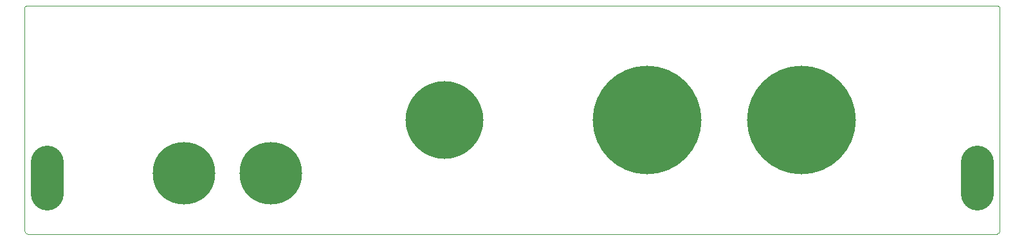
<source format=gts>
G75*
%MOIN*%
%OFA0B0*%
%FSLAX24Y24*%
%IPPOS*%
%LPD*%
%AMOC8*
5,1,8,0,0,1.08239X$1,22.5*
%
%ADD10C,0.0000*%
%ADD11C,0.3240*%
%ADD12C,0.4040*%
%ADD13C,0.5640*%
%ADD14C,0.1700*%
D10*
X003510Y002393D02*
X053556Y002393D01*
X053587Y002395D01*
X053617Y002400D01*
X053646Y002410D01*
X053675Y002422D01*
X053701Y002438D01*
X053725Y002457D01*
X053747Y002479D01*
X053766Y002503D01*
X053782Y002529D01*
X053794Y002558D01*
X053804Y002587D01*
X053809Y002617D01*
X053811Y002648D01*
X053811Y014133D01*
X053809Y014153D01*
X053805Y014172D01*
X053797Y014191D01*
X053787Y014208D01*
X053774Y014223D01*
X053759Y014236D01*
X053742Y014246D01*
X053723Y014254D01*
X053704Y014258D01*
X053684Y014260D01*
X053684Y014259D02*
X003376Y014259D01*
X003356Y014257D01*
X003336Y014252D01*
X003318Y014243D01*
X003301Y014232D01*
X003287Y014218D01*
X003276Y014201D01*
X003267Y014183D01*
X003262Y014163D01*
X003260Y014143D01*
X003260Y002643D01*
X003262Y002613D01*
X003267Y002583D01*
X003276Y002554D01*
X003289Y002527D01*
X003304Y002501D01*
X003323Y002477D01*
X003344Y002456D01*
X003368Y002437D01*
X003394Y002422D01*
X003421Y002409D01*
X003450Y002400D01*
X003480Y002395D01*
X003510Y002393D01*
D11*
X011535Y005570D03*
X016035Y005570D03*
D12*
X025035Y008326D03*
D13*
X035535Y008326D03*
X043535Y008326D03*
D14*
X052630Y006156D02*
X052630Y004496D01*
X004441Y004496D02*
X004441Y006156D01*
M02*

</source>
